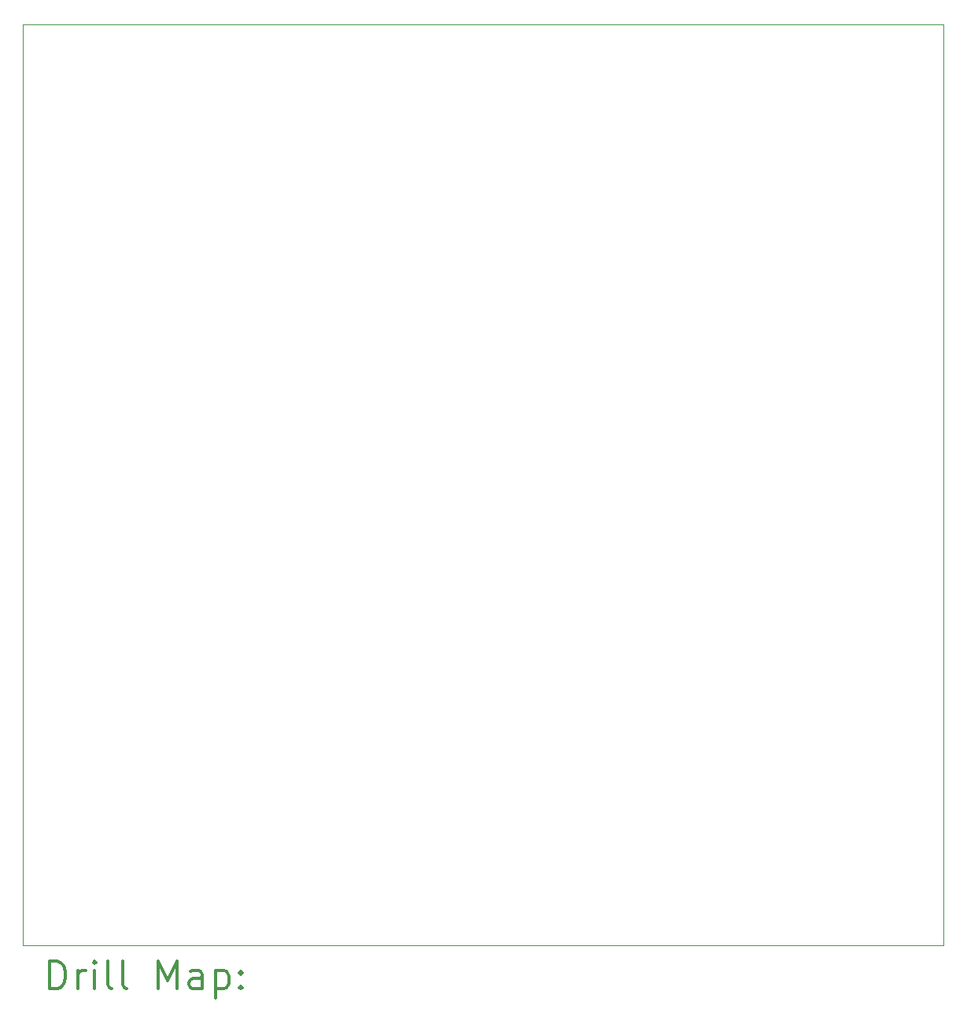
<source format=gbr>
%FSLAX45Y45*%
G04 Gerber Fmt 4.5, Leading zero omitted, Abs format (unit mm)*
G04 Created by KiCad (PCBNEW (5.1.10)-1) date 2021-10-14 22:19:22*
%MOMM*%
%LPD*%
G01*
G04 APERTURE LIST*
%TA.AperFunction,Profile*%
%ADD10C,0.038100*%
%TD*%
%ADD11C,0.200000*%
%ADD12C,0.300000*%
G04 APERTURE END LIST*
D10*
X14093600Y-4839600D02*
X14093600Y-14745600D01*
X23999600Y-4839600D02*
X14093600Y-4839600D01*
X23999600Y-14745600D02*
X23999600Y-4839600D01*
X14093600Y-14745600D02*
X23999600Y-14745600D01*
D11*
D12*
X14378123Y-15213219D02*
X14378123Y-14913219D01*
X14449552Y-14913219D01*
X14492409Y-14927505D01*
X14520981Y-14956076D01*
X14535266Y-14984648D01*
X14549552Y-15041791D01*
X14549552Y-15084648D01*
X14535266Y-15141791D01*
X14520981Y-15170362D01*
X14492409Y-15198934D01*
X14449552Y-15213219D01*
X14378123Y-15213219D01*
X14678123Y-15213219D02*
X14678123Y-15013219D01*
X14678123Y-15070362D02*
X14692409Y-15041791D01*
X14706695Y-15027505D01*
X14735266Y-15013219D01*
X14763838Y-15013219D01*
X14863838Y-15213219D02*
X14863838Y-15013219D01*
X14863838Y-14913219D02*
X14849552Y-14927505D01*
X14863838Y-14941791D01*
X14878123Y-14927505D01*
X14863838Y-14913219D01*
X14863838Y-14941791D01*
X15049552Y-15213219D02*
X15020981Y-15198934D01*
X15006695Y-15170362D01*
X15006695Y-14913219D01*
X15206695Y-15213219D02*
X15178123Y-15198934D01*
X15163838Y-15170362D01*
X15163838Y-14913219D01*
X15549552Y-15213219D02*
X15549552Y-14913219D01*
X15649552Y-15127505D01*
X15749552Y-14913219D01*
X15749552Y-15213219D01*
X16020981Y-15213219D02*
X16020981Y-15056076D01*
X16006695Y-15027505D01*
X15978123Y-15013219D01*
X15920981Y-15013219D01*
X15892409Y-15027505D01*
X16020981Y-15198934D02*
X15992409Y-15213219D01*
X15920981Y-15213219D01*
X15892409Y-15198934D01*
X15878123Y-15170362D01*
X15878123Y-15141791D01*
X15892409Y-15113219D01*
X15920981Y-15098934D01*
X15992409Y-15098934D01*
X16020981Y-15084648D01*
X16163838Y-15013219D02*
X16163838Y-15313219D01*
X16163838Y-15027505D02*
X16192409Y-15013219D01*
X16249552Y-15013219D01*
X16278123Y-15027505D01*
X16292409Y-15041791D01*
X16306695Y-15070362D01*
X16306695Y-15156076D01*
X16292409Y-15184648D01*
X16278123Y-15198934D01*
X16249552Y-15213219D01*
X16192409Y-15213219D01*
X16163838Y-15198934D01*
X16435266Y-15184648D02*
X16449552Y-15198934D01*
X16435266Y-15213219D01*
X16420981Y-15198934D01*
X16435266Y-15184648D01*
X16435266Y-15213219D01*
X16435266Y-15027505D02*
X16449552Y-15041791D01*
X16435266Y-15056076D01*
X16420981Y-15041791D01*
X16435266Y-15027505D01*
X16435266Y-15056076D01*
M02*

</source>
